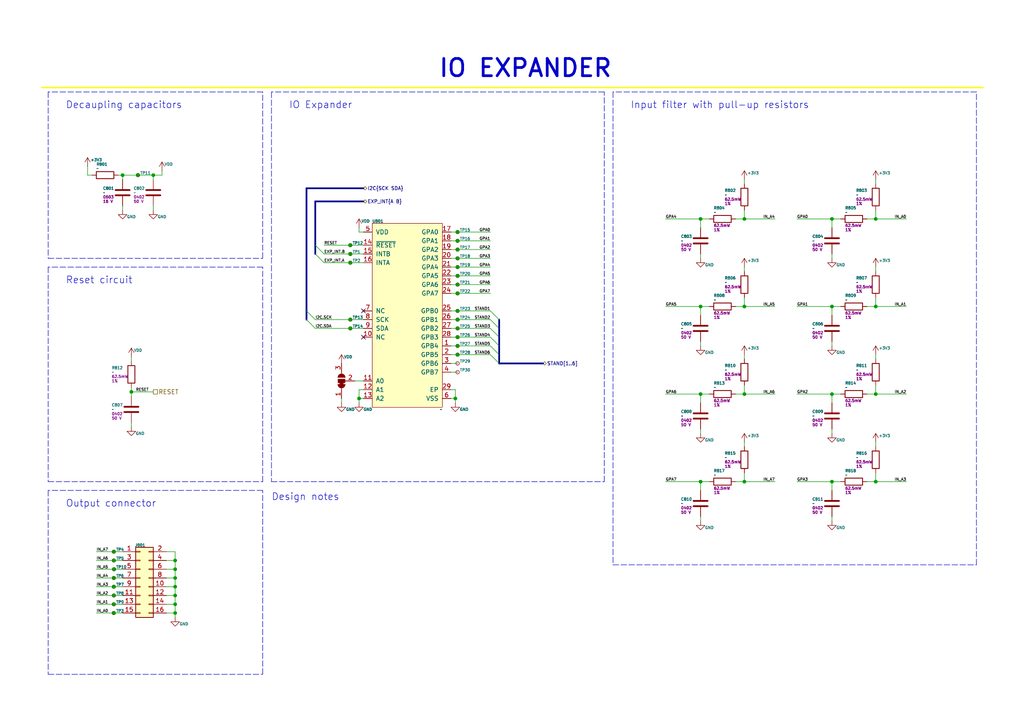
<source format=kicad_sch>
(kicad_sch (version 20211123) (generator eeschema)
  (paper "A4")
  (title_block (title "TMC6200-TA-T Eval Board") (date "2021-09-03") (rev "${REVISION}") (company "${COMPANY}") (comment 1 "${ENGINEER}") (comment 2 "${PHONE_NUMBER}") (comment 3 "${EMAIL}") (comment 4 "${SENTENCE}"))
  (lib_symbols
    (symbol "Connector:TestPoint_Small" (pin_numbers hide) (pin_names (offset 0.762) hide)
      (property "Reference" "TP" (at 0 3.81 0))
      (property "Value" "TestPoint_Small" (at 0 2.032 0))
      (symbol "TestPoint_Small_1_1"
        (pin passive line (at 0 0 90) (length 0) (name "1") (number "1"))
      )
    )
    (symbol "Connector_Generic:Conn_02x08_Odd_Even" (pin_names (offset 1.016) hide)
      (property "Reference" "J" (at 1.27 10.16 0))
      (property "Value" "Conn_02x08_Odd_Even" (at 1.27 -12.7 0))
      (symbol "Conn_02x08_Odd_Even_1_1"
        (pin passive line (at -5.08 7.62 0) (length 3.81) (name "Pin_1") (number "1"))
        (pin passive line (at 7.62 -2.54 180) (length 3.81) (name "Pin_10") (number "10"))
        (pin passive line (at -5.08 -5.08 0) (length 3.81) (name "Pin_11") (number "11"))
        (pin passive line (at 7.62 -5.08 180) (length 3.81) (name "Pin_12") (number "12"))
        (pin passive line (at -5.08 -7.62 0) (length 3.81) (name "Pin_13") (number "13"))
        (pin passive line (at 7.62 -7.62 180) (length 3.81) (name "Pin_14") (number "14"))
        (pin passive line (at -5.08 -10.16 0) (length 3.81) (name "Pin_15") (number "15"))
        (pin passive line (at 7.62 -10.16 180) (length 3.81) (name "Pin_16") (number "16"))
        (pin passive line (at 7.62 7.62 180) (length 3.81) (name "Pin_2") (number "2"))
        (pin passive line (at -5.08 5.08 0) (length 3.81) (name "Pin_3") (number "3"))
        (pin passive line (at 7.62 5.08 180) (length 3.81) (name "Pin_4") (number "4"))
        (pin passive line (at -5.08 2.54 0) (length 3.81) (name "Pin_5") (number "5"))
        (pin passive line (at 7.62 2.54 180) (length 3.81) (name "Pin_6") (number "6"))
        (pin passive line (at -5.08 0 0) (length 3.81) (name "Pin_7") (number "7"))
        (pin passive line (at 7.62 0 180) (length 3.81) (name "Pin_8") (number "8"))
        (pin passive line (at -5.08 -2.54 0) (length 3.81) (name "Pin_9") (number "9"))
      )
    )
    (symbol "Device:C" (pin_numbers hide) (pin_names (offset 0.254))
      (property "Reference" "C" (at 0.635 2.54 0))
      (property "Value" "C" (at 0.635 -2.54 0))
      (symbol "C_1_1"
        (pin passive line (at 0 3.81 270) (length 2.794) (name "~") (number "1"))
        (pin passive line (at 0 -3.81 90) (length 2.794) (name "~") (number "2"))
      )
    )
    (symbol "Device:R" (pin_numbers hide) (pin_names (offset 0))
      (property "Reference" "R" (at 2.032 0 90))
      (property "Value" "R" (at 0 0 90))
      (symbol "R_1_1"
        (pin passive line (at 0 3.81 270) (length 1.27) (name "~") (number "1"))
        (pin passive line (at 0 -3.81 90) (length 1.27) (name "~") (number "2"))
      )
    )
    (symbol "Jumper:SolderJumper_3_Bridged12" (pin_names (offset 0) hide)
      (property "Reference" "JP" (at -2.54 -2.54 0))
      (property "Value" "SolderJumper_3_Bridged12" (at 0 2.794 0))
      (symbol "SolderJumper_3_Bridged12_1_1"
        (pin passive line (at -5.08 0 0) (length 2.54) (name "A") (number "1"))
        (pin passive line (at 0 -3.81 90) (length 2.54) (name "C") (number "2"))
        (pin passive line (at 5.08 0 180) (length 2.54) (name "B") (number "3"))
      )
    )
    (symbol "QP_LIBRARY:MCP23017T-E_ML" (pin_names (offset 1.016))
      (property "Reference" "U801" (at 1.27 1.27 0))
      (property "Value" "MCP23017T-E_ML" (at 20.32 -54.61 0))
      (symbol "MCP23017T-E_ML_1_1"
        (pin bidirectional line (at 22.86 -35.56 180) (length 2.54) (name "GPB4") (number "1"))
        (pin no_connect line (at -2.54 -33.02 0) (length 2.54) (name "NC") (number "10"))
        (pin passive line (at -2.54 -45.72 0) (length 2.54) (name "A0") (number "11"))
        (pin passive line (at -2.54 -48.26 0) (length 2.54) (name "A1") (number "12"))
        (pin passive line (at -2.54 -50.8 0) (length 2.54) (name "A2") (number "13"))
        (pin input line (at -2.54 -6.35 0) (length 2.54) (name "~{RESET}") (number "14"))
        (pin output line (at -2.54 -8.89 0) (length 2.54) (name "INTB") (number "15"))
        (pin output line (at -2.54 -11.43 0) (length 2.54) (name "INTA") (number "16"))
        (pin bidirectional line (at 22.86 -2.54 180) (length 2.54) (name "GPA0") (number "17"))
        (pin bidirectional line (at 22.86 -5.08 180) (length 2.54) (name "GPA1") (number "18"))
        (pin bidirectional line (at 22.86 -7.62 180) (length 2.54) (name "GPA2") (number "19"))
        (pin bidirectional line (at 22.86 -38.1 180) (length 2.54) (name "GPB5") (number "2"))
        (pin bidirectional line (at 22.86 -10.16 180) (length 2.54) (name "GPA3") (number "20"))
        (pin bidirectional line (at 22.86 -12.7 180) (length 2.54) (name "GPA4") (number "21"))
        (pin bidirectional line (at 22.86 -15.24 180) (length 2.54) (name "GPA5") (number "22"))
        (pin bidirectional line (at 22.86 -17.78 180) (length 2.54) (name "GPA6") (number "23"))
        (pin bidirectional line (at 22.86 -20.32 180) (length 2.54) (name "GPA7") (number "24"))
        (pin bidirectional line (at 22.86 -25.4 180) (length 2.54) (name "GPB0") (number "25"))
        (pin bidirectional line (at 22.86 -27.94 180) (length 2.54) (name "GPB1") (number "26"))
        (pin bidirectional line (at 22.86 -30.48 180) (length 2.54) (name "GPB2") (number "27"))
        (pin bidirectional line (at 22.86 -33.02 180) (length 2.54) (name "GPB3") (number "28"))
        (pin power_in line (at 22.86 -48.26 180) (length 2.54) (name "EP") (number "29"))
        (pin bidirectional line (at 22.86 -40.64 180) (length 2.54) (name "GPB6") (number "3"))
        (pin bidirectional line (at 22.86 -43.18 180) (length 2.54) (name "GPB7") (number "4"))
        (pin power_in line (at -2.54 -2.54 0) (length 2.54) (name "VDD") (number "5"))
        (pin power_in line (at 22.86 -50.8 180) (length 2.54) (name "VSS") (number "6"))
        (pin no_connect line (at -2.54 -25.4 0) (length 2.54) (name "NC") (number "7"))
        (pin input line (at -2.54 -27.94 0) (length 2.54) (name "SCK") (number "8"))
        (pin bidirectional line (at -2.54 -30.48 0) (length 2.54) (name "SDA") (number "9"))
      )
    )
    (symbol "power:+3.3V" (power) (pin_names (offset 0))
      (property "Value" "+3.3V" (at 0 3.556 0))
      (symbol "+3.3V_1_1"
        (pin power_in line (at 0 0 90) (length 0) hide (name "+3V3") (number "1"))
      )
    )
    (symbol "power:GND" (power) (pin_names (offset 0))
      (property "Value" "GND" (at 0 -3.81 0))
      (symbol "GND_1_1"
        (pin power_in line (at 0 0 270) (length 0) hide (name "GND") (number "1"))
      )
    )
    (symbol "power:VDD" (power) (pin_names (offset 0))
      (property "Value" "VDD" (at 0 3.81 0))
      (symbol "VDD_1_1"
        (pin power_in line (at 0 0 90) (length 0) hide (name "VDD") (number "1"))
      )
    )
  )
  (junction (at 38.1 113.665))
  (junction (at 132.08 115.57))
  (junction (at 40.005 50.8))
  (junction (at 132.715 92.71))
  (junction (at 50.8 175.26))
  (junction (at 101.6105 95.25))
  (junction (at 203.2 114.3))
  (junction (at 132.715 95.25))
  (junction (at 215.9 139.7))
  (junction (at 33.02 170.18))
  (junction (at 132.715 72.39))
  (junction (at 241.3 88.9))
  (junction (at 132.715 97.79))
  (junction (at 101.6 73.66))
  (junction (at 132.715 102.87))
  (junction (at 50.8 172.72))
  (junction (at 241.3 139.7))
  (junction (at 132.715 90.17))
  (junction (at 44.45 50.8))
  (junction (at 132.715 82.55))
  (junction (at 254 88.9))
  (junction (at 101.6 76.2))
  (junction (at 215.9 114.3))
  (junction (at 132.715 77.47))
  (junction (at 33.02 167.64))
  (junction (at 50.8 170.18))
  (junction (at 50.8 177.8))
  (junction (at 215.9 63.5))
  (junction (at 132.715 100.33))
  (junction (at 241.3 114.3))
  (junction (at 33.02 175.26))
  (junction (at 33.0037 177.8))
  (junction (at 215.9 88.9))
  (junction (at 203.2 63.5))
  (junction (at 33.02 160.02))
  (junction (at 101.6 71.12))
  (junction (at 101.6 92.71))
  (junction (at 203.2 139.7))
  (junction (at 50.8 162.56))
  (junction (at 254 63.5))
  (junction (at 132.715 74.93))
  (junction (at 254 139.7))
  (junction (at 132.715 67.31))
  (junction (at 254 114.3))
  (junction (at 132.715 80.01))
  (junction (at 50.8 167.64))
  (junction (at 33.02 162.56))
  (junction (at 104.14 115.57))
  (junction (at 33.0784 165.1))
  (junction (at 50.8 165.1))
  (junction (at 33.02 172.72))
  (junction (at 35.56 50.8))
  (junction (at 132.715 69.85))
  (junction (at 241.3 63.5))
  (junction (at 132.715 85.09))
  (junction (at 203.2 88.9))
  (no_connect (at 105.41 90.17))
  (no_connect (at 105.41 97.79))
  (bus_entry (at 88.9 90.17) (size 2.54 2.54))
  (bus_entry (at 91.44 71.12) (size 2.54 2.54))
  (bus_entry (at 142.24 95.25) (size 2.54 2.54))
  (bus_entry (at 142.24 102.87) (size 2.54 2.54))
  (bus_entry (at 142.24 97.79) (size 2.54 2.54))
  (bus_entry (at 88.9 92.71) (size 2.54 2.54))
  (bus_entry (at 142.24 90.17) (size 2.54 2.54))
  (bus_entry (at 91.44 73.66) (size 2.54 2.54))
  (bus_entry (at 142.24 100.33) (size 2.54 2.54))
  (bus_entry (at 142.24 92.71) (size 2.54 2.54))
  (wire (pts (xy 254 114.3) (xy 262.89 114.3)))
  (wire (pts (xy 254 111.76) (xy 254 114.3)))
  (wire (pts (xy 241.3 88.9) (xy 241.3 91.44)))
  (wire (pts (xy 35.56 165.1) (xy 33.0784 165.1)))
  (wire (pts (xy 203.2 114.3) (xy 203.2 116.84)))
  (wire (pts (xy 48.26 170.18) (xy 50.8 170.18)))
  (wire (pts (xy 243.84 63.5) (xy 241.3 63.5)))
  (wire (pts (xy 130.81 82.55) (xy 132.715 82.55)))
  (wire (pts (xy 132.715 102.87) (xy 142.24 102.87)))
  (bus (pts (xy 105.41 58.42) (xy 91.44 58.42)) (stroke (width 0.5)))
  (wire (pts (xy 35.56 167.64) (xy 33.02 167.64)))
  (wire (pts (xy 243.84 114.3) (xy 241.3 114.3)))
  (wire (pts (xy 33.02 175.26) (xy 27.94 175.26)))
  (wire (pts (xy 241.3 139.7) (xy 241.3 142.24)))
  (wire (pts (xy 104.14 115.57) (xy 104.14 116.84)))
  (wire (pts (xy 101.6105 95.25) (xy 91.44 95.25)))
  (wire (pts (xy 132.715 67.31) (xy 142.24 67.31)))
  (polyline (pts (xy 175.26 26.67) (xy 78.74 26.67)))
  (wire (pts (xy 241.3 151.13) (xy 241.3 149.86)))
  (wire (pts (xy 50.8 167.64) (xy 50.8 170.18)))
  (polyline (pts (xy 13.97 139.7) (xy 76.2 139.7)))
  (wire (pts (xy 35.56 60.96) (xy 35.56 59.69)))
  (wire (pts (xy 215.9 139.7) (xy 213.36 139.7)))
  (wire (pts (xy 130.81 90.17) (xy 132.715 90.17)))
  (wire (pts (xy 130.81 85.09) (xy 132.715 85.09)))
  (bus (pts (xy 144.78 95.25) (xy 144.78 97.79)) (stroke (width 0.5)))
  (wire (pts (xy 104.14 113.03) (xy 104.14 115.57)))
  (wire (pts (xy 132.715 80.01) (xy 142.24 80.01)))
  (wire (pts (xy 50.8 162.56) (xy 50.8 165.1)))
  (wire (pts (xy 254 139.7) (xy 251.46 139.7)))
  (polyline (pts (xy 76.2 74.93) (xy 76.2 26.67)))
  (bus (pts (xy 91.44 58.42) (xy 91.44 71.12)) (stroke (width 0.5)))
  (wire (pts (xy 38.1 104.775) (xy 38.1 103.505)))
  (wire (pts (xy 132.715 72.39) (xy 142.24 72.39)))
  (wire (pts (xy 130.81 113.03) (xy 132.08 113.03)))
  (wire (pts (xy 50.8 177.8) (xy 50.8 179.07)))
  (wire (pts (xy 241.3 63.5) (xy 231.14 63.5)))
  (polyline (pts (xy 177.8 26.67) (xy 177.8 163.83)))
  (polyline (pts (xy 78.74 139.7) (xy 175.26 139.7)))
  (wire (pts (xy 241.3 114.3) (xy 231.14 114.3)))
  (wire (pts (xy 33.02 172.72) (xy 27.94 172.72)))
  (polyline (pts (xy 76.2 77.47) (xy 13.97 77.47)))
  (polyline (pts (xy 13.97 26.67) (xy 13.97 74.93)))
  (wire (pts (xy 203.2 151.13) (xy 203.2 149.86)))
  (polyline (pts (xy 76.2 139.7) (xy 76.2 77.47)))
  (wire (pts (xy 132.715 95.25) (xy 142.24 95.25)))
  (wire (pts (xy 104.14 67.31) (xy 104.14 66.04)))
  (wire (pts (xy 203.2 63.5) (xy 193.04 63.5)))
  (polyline (pts (xy 175.26 139.7) (xy 175.26 26.67)))
  (polyline (pts (xy 78.74 26.67) (xy 78.74 139.7)))
  (wire (pts (xy 35.56 172.72) (xy 33.02 172.72)))
  (wire (pts (xy 34.29 50.8) (xy 35.56 50.8)))
  (wire (pts (xy 48.26 172.72) (xy 50.8 172.72)))
  (wire (pts (xy 130.81 100.33) (xy 132.715 100.33)))
  (wire (pts (xy 254 60.96) (xy 254 63.5)))
  (wire (pts (xy 38.1 123.825) (xy 38.1 122.555)))
  (wire (pts (xy 254 77.47) (xy 254 78.74)))
  (wire (pts (xy 130.81 95.25) (xy 132.715 95.25)))
  (polyline (pts (xy 13.97 195.58) (xy 76.2 195.58)))
  (wire (pts (xy 203.2 63.5) (xy 203.2 66.04)))
  (wire (pts (xy 132.715 100.33) (xy 142.24 100.33)))
  (wire (pts (xy 130.81 77.47) (xy 132.715 77.47)))
  (wire (pts (xy 203.2 100.33) (xy 203.2 99.06)))
  (polyline (pts (xy 13.97 142.24) (xy 13.97 195.58)))
  (wire (pts (xy 130.81 92.71) (xy 132.715 92.71)))
  (wire (pts (xy 205.74 63.5) (xy 203.2 63.5)))
  (wire (pts (xy 215.9 111.76) (xy 215.9 114.3)))
  (wire (pts (xy 130.81 74.93) (xy 132.715 74.93)))
  (wire (pts (xy 91.44 92.71) (xy 101.6 92.71)))
  (polyline (pts (xy 76.2 26.67) (xy 13.97 26.67)))
  (wire (pts (xy 243.84 139.7) (xy 241.3 139.7)))
  (wire (pts (xy 205.74 88.9) (xy 203.2 88.9)))
  (bus (pts (xy 144.78 102.87) (xy 144.78 105.41)) (stroke (width 0.5)))
  (wire (pts (xy 101.6 71.12) (xy 93.98 71.12)))
  (bus (pts (xy 144.78 105.41) (xy 157.48 105.41)) (stroke (width 0.5)))
  (wire (pts (xy 38.1 113.665) (xy 44.45 113.665)))
  (bus (pts (xy 144.78 97.79) (xy 144.78 100.33)) (stroke (width 0.5)))
  (wire (pts (xy 241.3 125.73) (xy 241.3 124.46)))
  (wire (pts (xy 130.81 80.01) (xy 132.715 80.01)))
  (wire (pts (xy 203.2 74.93) (xy 203.2 73.66)))
  (wire (pts (xy 215.9 86.36) (xy 215.9 88.9)))
  (wire (pts (xy 33.0784 165.1) (xy 27.94 165.1)))
  (wire (pts (xy 205.74 139.7) (xy 203.2 139.7)))
  (wire (pts (xy 254 52.07) (xy 254 53.34)))
  (wire (pts (xy 46.99 49.53) (xy 46.99 50.8)))
  (wire (pts (xy 35.56 162.56) (xy 33.02 162.56)))
  (wire (pts (xy 243.84 88.9) (xy 241.3 88.9)))
  (wire (pts (xy 25.4 50.8) (xy 25.4 48.26)))
  (wire (pts (xy 241.3 114.3) (xy 241.3 116.84)))
  (wire (pts (xy 203.2 114.3) (xy 193.04 114.3)))
  (wire (pts (xy 132.08 116.84) (xy 132.08 115.57)))
  (wire (pts (xy 205.74 114.3) (xy 203.2 114.3)))
  (polyline (pts (xy 13.97 77.47) (xy 13.97 139.7)))
  (wire (pts (xy 254 88.9) (xy 262.89 88.9)))
  (wire (pts (xy 50.8 170.18) (xy 50.8 172.72)))
  (wire (pts (xy 130.81 105.41) (xy 132.715 105.41)))
  (bus (pts (xy 88.9 90.17) (xy 88.9 92.71)) (stroke (width 0.5)))
  (bus (pts (xy 144.78 100.33) (xy 144.78 102.87)) (stroke (width 0.5)))
  (wire (pts (xy 203.2 139.7) (xy 193.04 139.7)))
  (wire (pts (xy 35.56 50.8) (xy 40.005 50.8)))
  (wire (pts (xy 50.8 165.1) (xy 50.8 167.64)))
  (wire (pts (xy 215.9 63.5) (xy 224.79 63.5)))
  (wire (pts (xy 105.41 71.12) (xy 101.6 71.12)))
  (bus (pts (xy 105.41 54.61) (xy 88.9 54.61)) (stroke (width 0.5)))
  (wire (pts (xy 241.3 88.9) (xy 231.14 88.9)))
  (wire (pts (xy 132.715 92.71) (xy 142.24 92.71)))
  (wire (pts (xy 33.02 160.02) (xy 27.94 160.02)))
  (wire (pts (xy 215.9 52.07) (xy 215.9 53.34)))
  (wire (pts (xy 130.81 102.87) (xy 132.715 102.87)))
  (wire (pts (xy 254 86.36) (xy 254 88.9)))
  (wire (pts (xy 215.9 88.9) (xy 213.36 88.9)))
  (wire (pts (xy 130.81 107.95) (xy 132.715 107.95)))
  (wire (pts (xy 38.1 113.665) (xy 38.1 112.395)))
  (wire (pts (xy 50.8 175.26) (xy 50.8 177.8)))
  (polyline (pts (xy 177.8 163.83) (xy 283.21 163.83)))
  (bus (pts (xy 91.44 71.12) (xy 91.44 73.66)) (stroke (width 0.5)))
  (wire (pts (xy 215.9 114.3) (xy 213.36 114.3)))
  (wire (pts (xy 132.715 74.93) (xy 142.24 74.93)))
  (wire (pts (xy 33.02 162.56) (xy 27.94 162.56)))
  (wire (pts (xy 105.41 73.66) (xy 101.6 73.66)))
  (wire (pts (xy 254 114.3) (xy 251.46 114.3)))
  (bus (pts (xy 144.78 92.71) (xy 144.78 95.25)) (stroke (width 0.5)))
  (wire (pts (xy 241.3 139.7) (xy 231.14 139.7)))
  (polyline (pts (xy 283.21 163.83) (xy 283.21 26.67)))
  (wire (pts (xy 241.3 63.5) (xy 241.3 66.04)))
  (wire (pts (xy 132.715 85.09) (xy 142.24 85.09)))
  (wire (pts (xy 215.9 137.16) (xy 215.9 139.7)))
  (wire (pts (xy 130.81 67.31) (xy 132.715 67.31)))
  (wire (pts (xy 132.715 90.17) (xy 142.24 90.17)))
  (wire (pts (xy 254 137.16) (xy 254 139.7)))
  (wire (pts (xy 132.715 69.85) (xy 142.24 69.85)))
  (wire (pts (xy 132.08 115.57) (xy 130.81 115.57)))
  (polyline (pts (xy 76.2 195.58) (xy 76.2 142.24)))
  (wire (pts (xy 48.26 162.56) (xy 50.8 162.56)))
  (polyline (pts (xy 283.21 26.67) (xy 177.8 26.67)))
  (wire (pts (xy 241.3 100.33) (xy 241.3 99.06)))
  (wire (pts (xy 254 128.27) (xy 254 129.54)))
  (wire (pts (xy 44.45 60.96) (xy 44.45 59.69)))
  (wire (pts (xy 254 63.5) (xy 262.89 63.5)))
  (wire (pts (xy 44.45 50.8) (xy 44.45 52.07)))
  (wire (pts (xy 203.2 125.73) (xy 203.2 124.46)))
  (wire (pts (xy 48.26 160.02) (xy 50.8 160.02)))
  (wire (pts (xy 105.41 115.57) (xy 104.14 115.57)))
  (wire (pts (xy 215.9 88.9) (xy 224.79 88.9)))
  (wire (pts (xy 132.715 82.55) (xy 142.24 82.55)))
  (wire (pts (xy 50.8 172.72) (xy 50.8 175.26)))
  (wire (pts (xy 33.0037 177.8) (xy 27.94 177.8)))
  (wire (pts (xy 215.9 128.27) (xy 215.9 129.54)))
  (wire (pts (xy 130.81 69.85) (xy 132.715 69.85)))
  (wire (pts (xy 130.81 72.39) (xy 132.715 72.39)))
  (wire (pts (xy 105.41 95.25) (xy 101.6105 95.25)))
  (wire (pts (xy 241.3 74.93) (xy 241.3 73.66)))
  (wire (pts (xy 48.26 165.1) (xy 50.8 165.1)))
  (wire (pts (xy 215.9 60.96) (xy 215.9 63.5)))
  (wire (pts (xy 203.2 88.9) (xy 193.04 88.9)))
  (wire (pts (xy 44.45 50.8) (xy 46.99 50.8)))
  (wire (pts (xy 35.56 175.26) (xy 33.02 175.26)))
  (wire (pts (xy 40.005 50.8) (xy 44.45 50.8)))
  (wire (pts (xy 254 63.5) (xy 251.46 63.5)))
  (wire (pts (xy 48.26 177.8) (xy 50.8 177.8)))
  (wire (pts (xy 99.06 115.57) (xy 99.06 116.84)))
  (wire (pts (xy 48.26 175.26) (xy 50.8 175.26)))
  (wire (pts (xy 215.9 77.47) (xy 215.9 78.74)))
  (wire (pts (xy 132.08 113.03) (xy 132.08 115.57)))
  (wire (pts (xy 35.56 50.8) (xy 35.56 52.07)))
  (wire (pts (xy 35.56 177.8) (xy 33.0037 177.8)))
  (wire (pts (xy 254 102.87) (xy 254 104.14)))
  (wire (pts (xy 254 88.9) (xy 251.46 88.9)))
  (wire (pts (xy 105.41 76.2) (xy 101.6 76.2)))
  (wire (pts (xy 215.9 114.3) (xy 224.79 114.3)))
  (bus (pts (xy 88.9 54.61) (xy 88.9 90.17)) (stroke (width 0.5)))
  (wire (pts (xy 48.26 167.64) (xy 50.8 167.64)))
  (wire (pts (xy 203.2 88.9) (xy 203.2 91.44)))
  (wire (pts (xy 35.56 160.02) (xy 33.02 160.02)))
  (wire (pts (xy 50.8 160.02) (xy 50.8 162.56)))
  (wire (pts (xy 215.9 139.7) (xy 224.79 139.7)))
  (wire (pts (xy 35.56 170.18) (xy 33.02 170.18)))
  (wire (pts (xy 132.715 77.47) (xy 142.24 77.47)))
  (wire (pts (xy 25.4 50.8) (xy 26.67 50.8)))
  (wire (pts (xy 38.1 114.935) (xy 38.1 113.665)))
  (wire (pts (xy 101.6 92.71) (xy 105.41 92.71)))
  (wire (pts (xy 215.9 102.87) (xy 215.9 104.14)))
  (wire (pts (xy 132.715 97.79) (xy 142.24 97.79)))
  (wire (pts (xy 215.9 63.5) (xy 213.36 63.5)))
  (wire (pts (xy 203.2 139.7) (xy 203.2 142.24)))
  (wire (pts (xy 130.81 97.79) (xy 132.715 97.79)))
  (wire (pts (xy 33.02 167.64) (xy 27.94 167.64)))
  (wire (pts (xy 101.6 73.66) (xy 93.98 73.66)))
  (polyline (pts (xy 12.065 25.4) (xy 285.115 25.4)) (stroke (width 0.4064) (type solid) (color 255 255 0 1)))
  (polyline (pts (xy 76.2 142.24) (xy 13.97 142.24)))
  (wire (pts (xy 105.41 110.49) (xy 102.87 110.49)))
  (wire (pts (xy 33.02 170.18) (xy 27.94 170.18)))
  (wire (pts (xy 105.41 113.03) (xy 104.14 113.03)))
  (wire (pts (xy 105.41 67.31) (xy 104.14 67.31)))
  (wire (pts (xy 254 139.7) (xy 262.89 139.7)))
  (wire (pts (xy 101.6 76.2) (xy 93.98 76.2)))
  (polyline (pts (xy 13.97 74.93) (xy 76.2 74.93)))
  (text "Reset circuit" (at 19.05 82.55 0) (effects (font (size 2 2)) (justify left bottom)))
  (text "Input filter with pull-up resistors" (at 182.88 31.75 0) (effects (font (size 2 2)) (justify left bottom)))
  (text "IO EXPANDER" (at 127 22.86 0) (effects (font (size 5 5) (thickness 0.7976) bold) (justify left bottom)))
  (text "IO Expander" (at 83.82 31.75 0) (effects (font (size 2 2)) (justify left bottom)))
  (text "Design notes" (at 78.74 145.415 0) (effects (font (size 2 2)) (justify left bottom)))
  (text "Decaupling capacitors" (at 19.05 31.75 0) (effects (font (size 2 2)) (justify left bottom)))
  (text "Output connector" (at 19.05 147.32 0) (effects (font (size 2 2)) (justify left bottom)))
  (label "IN_A0" (at 27.94 177.8 0) (effects (font (size 0.8 0.8))))
  (label "STAND5" (at 142.24 100.33 180) (effects (font (size 0.8 0.8))))
  (label "GPA4" (at 142.24 77.47 180) (effects (font (size 0.8 0.8))))
  (label "GPA2" (at 231.14 114.3 0) (effects (font (size 0.8 0.8))))
  (label "GPA3" (at 142.24 74.93 180) (effects (font (size 0.8 0.8))))
  (label "IN_A2" (at 27.94 172.72 0) (effects (font (size 0.8 0.8))))
  (label "GPA5" (at 142.24 80.01 180) (effects (font (size 0.8 0.8))))
  (label "STAND4" (at 142.24 97.79 180) (effects (font (size 0.8 0.8))))
  (label "IN_A4" (at 224.79 63.5 180) (effects (font (size 0.8 0.8))))
  (label "IN_A1" (at 27.94 175.26 0) (effects (font (size 0.8 0.8))))
  (label "IN_A2" (at 262.89 114.3 180) (effects (font (size 0.8 0.8))))
  (label "GPA6" (at 142.24 82.55 180) (effects (font (size 0.8 0.8))))
  (label "EXP_INT.A" (at 93.98 76.2 0) (effects (font (size 0.8 0.8))))
  (label "IN_A7" (at 27.94 160.02 0) (effects (font (size 0.8 0.8))))
  (label "STAND6" (at 142.24 102.87 180) (effects (font (size 0.8 0.8))))
  (label "GPA3" (at 231.14 139.7 0) (effects (font (size 0.8 0.8))))
  (label "I2C.SDA" (at 91.44 95.25 0) (effects (font (size 0.8 0.8))))
  (label "IN_A5" (at 224.79 88.9 180) (effects (font (size 0.8 0.8))))
  (label "GPA1" (at 142.24 69.85 180) (effects (font (size 0.8 0.8))))
  (label "IN_A1" (at 262.89 88.9 180) (effects (font (size 0.8 0.8))))
  (label "GPA5" (at 193.04 88.9 0) (effects (font (size 0.8 0.8))))
  (label "GPA0" (at 142.24 67.31 180) (effects (font (size 0.8 0.8))))
  (label "IN_A0" (at 262.89 63.5 180) (effects (font (size 0.8 0.8))))
  (label "GPA2" (at 142.24 72.39 180) (effects (font (size 0.8 0.8))))
  (label "STAND1" (at 142.24 90.17 180) (effects (font (size 0.8 0.8))))
  (label "RESET" (at 43.18 113.665 180) (effects (font (size 0.8 0.8))))
  (label "GPA7" (at 193.04 139.7 0) (effects (font (size 0.8 0.8))))
  (label "STAND3" (at 142.24 95.25 180) (effects (font (size 0.8 0.8))))
  (label "GPA1" (at 231.14 88.9 0) (effects (font (size 0.8 0.8))))
  (label "GPA6" (at 193.04 114.3 0) (effects (font (size 0.8 0.8))))
  (label "IN_A3" (at 27.94 170.18 0) (effects (font (size 0.8 0.8))))
  (label "STAND2" (at 142.24 92.71 180) (effects (font (size 0.8 0.8))))
  (label "GPA0" (at 231.14 63.5 0) (effects (font (size 0.8 0.8))))
  (label "EXP_INT.B" (at 93.98 73.66 0) (effects (font (size 0.8 0.8))))
  (label "GPA7" (at 142.24 85.09 180) (effects (font (size 0.8 0.8))))
  (label "IN_A6" (at 224.79 114.3 180) (effects (font (size 0.8 0.8))))
  (label "IN_A6" (at 27.94 162.56 0) (effects (font (size 0.8 0.8))))
  (label "I2C.SCK" (at 91.44 92.71 0) (effects (font (size 0.8 0.8))))
  (label "RESET" (at 93.98 71.12 0) (effects (font (size 0.8 0.8))))
  (label "IN_A5" (at 27.94 165.1 0) (effects (font (size 0.8 0.8))))
  (label "IN_A3" (at 262.89 139.7 180) (effects (font (size 0.8 0.8))))
  (label "IN_A4" (at 27.94 167.64 0) (effects (font (size 0.8 0.8))))
  (label "GPA4" (at 193.04 63.5 0) (effects (font (size 0.8 0.8))))
  (label "IN_A7" (at 224.79 139.7 180) (effects (font (size 0.8 0.8))))
  (hierarchical_label "STAND[1..6]" (shape bidirectional) (at 157.48 105.41 0) (effects (font (size 1 1))))
  (hierarchical_label "RESET" (shape passive) (at 44.45 113.665 0))
  (hierarchical_label "I2C{SCK SDA}" (shape bidirectional) (at 105.41 54.61 0) (effects (font (size 1 1))))
  (hierarchical_label "EXP_INT{A B}" (shape bidirectional) (at 105.41 58.42 0) (effects (font (size 1 1))))
  (symbol (lib_id "QP_LIBRARY:MCP23017T-E_ML") (at 107.95 64.77 0) (unit 1)
    (property "Reference" "U801" (at 107.95 64.135 0) (effects (font (size 0.8 0.8)) (justify left)))
    (property "Value" "~" (at 128.27 118.745 0) (effects (font (size 0.8 0.8)) (justify right)))
    (property "Datasheet" "https://pl.mouser.com/datasheet/2/268/20001952C-1129816.pdf" (effects hide))
  )
  (symbol (lib_id "Jumper:SolderJumper_3_Bridged12") (at 99.06 110.49 90) (unit 1)
    (property "Reference" "JP801" (effects hide))
  )
  (symbol (lib_id "Device:C") (at 35.56 55.88 0) (mirror x) (unit 1)
    (property "Reference" "C801" (at 29.845 54.61 0) (effects (font (size 0.8 0.8)) (justify left)))
    (property "Value" "~" (at 29.845 55.88 0) (effects (font (size 0.8 0.8)) (justify left)))
    (property "Datasheet" "https://pl.mouser.com/datasheet/2/212/KEM_C1002_X7R_SMD-1102033.pdf" (effects hide))
    (property "Manufacturer" "KEMET" (effects hide))
    (property "Mfg number" "C0603C105K4RACTU " (effects hide))
    (property "Package" "0603" (at 29.845 57.15 0) (effects (font (size 0.8 0.8)) (justify left)))
    (property "Voltage" "16 V" (at 29.845 58.42 0) (effects (font (size 0.8 0.8)) (justify left)))
    (property "Izolation material" "X7R" (effects hide))
    (property "Tolerance" "10 %" (effects hide))
    (property "Part Number" "C0603C105K4RACTU " (effects hide))
  )
  (symbol (lib_id "Device:C") (at 44.45 55.88 0) (unit 1)
    (property "Reference" "C802" (at 38.735 54.61 0) (effects (font (size 0.8 0.8)) (justify left)))
    (property "Value" "~" (at 38.735 55.88 0) (effects (font (size 0.8 0.8)) (justify left)))
    (property "Datasheet" "https://pl.mouser.com/datasheet/2/281/1/GRM155C71H104JE19_01A-1983567.pdf" (effects hide))
    (property "Manufacturer" "Murata Electronics" (effects hide))
    (property "Mfg number" "GRM155C71H104JE19D " (effects hide))
    (property "Package" "0402" (at 38.735 57.15 0) (effects (font (size 0.8 0.8)) (justify left)))
    (property "Voltage" "50 V" (at 38.735 58.42 0) (effects (font (size 0.8 0.8)) (justify left)))
    (property "Izolation material" "X7S" (effects hide))
    (property "Tolerance" "5%" (effects hide))
    (property "Part Number" "GRM155C71H104JE19D " (effects hide))
  )
  (symbol (lib_id "power:+3.3V") (at 25.4 48.26 0) (unit 1)
    (property "Reference" "#PWR0801" (effects hide))
  )
  (symbol (lib_id "power:GND") (at 35.56 60.96 0) (mirror y) (unit 1)
    (property "Reference" "#PWR0806" (effects hide))
  )
  (symbol (lib_id "power:GND") (at 44.45 60.96 0) (mirror y) (unit 1)
    (property "Reference" "#PWR0807" (effects hide))
  )
  (symbol (lib_id "power:VDD") (at 46.99 49.53 0) (unit 1)
    (property "Reference" "#PWR0802" (effects hide))
  )
  (symbol (lib_id "power:VDD") (at 38.1 103.505 0) (unit 1)
    (property "Reference" "#PWR0817" (effects hide))
  )
  (symbol (lib_id "Device:C") (at 38.1 118.745 0) (unit 1)
    (property "Reference" "C807" (at 32.385 117.475 0) (effects (font (size 0.8 0.8)) (justify left)))
    (property "Value" "~" (at 32.385 118.745 0) (effects (font (size 0.8 0.8)) (justify left)))
    (property "Datasheet" "https://pl.mouser.com/datasheet/2/281/1/GRM155C71H104JE19_01A-1983567.pdf" (effects hide))
    (property "Manufacturer" "Murata Electronics" (effects hide))
    (property "Mfg number" "GRM155C71H104JE19D " (effects hide))
    (property "Package" "0402" (at 32.385 120.015 0) (effects (font (size 0.8 0.8)) (justify left)))
    (property "Voltage" "50 V" (at 32.385 121.285 0) (effects (font (size 0.8 0.8)) (justify left)))
    (property "Izolation material" "X7S" (effects hide))
    (property "Tolerance" "5%" (effects hide))
    (property "Part Number" "GRM155C71H104JE19D " (effects hide))
  )
  (symbol (lib_id "Device:R") (at 38.1 108.585 0) (mirror x) (unit 1)
    (property "Reference" "R812" (at 32.385 106.68 0) (effects (font (size 0.8 0.8)) (justify left)))
    (property "Value" "~" (at 32.385 107.95 0) (effects (font (size 0.8 0.8)) (justify left)))
    (property "Datasheet" "https://pl.mouser.com/datasheet/2/447/PYu_RC_Group_51_RoHS_L_10-1664068.pdf" (effects hide))
    (property "Manufacturer" "Yageo " (effects hide))
    (property "Package" "0402" (effects hide))
    (property "Part Number" "RC0402FR-0710KL" (effects hide))
    (property "Nominal Power" "62.5mW" (at 32.385 109.22 0) (effects (font (size 0.8 0.8)) (justify left)))
    (property "Tolerance" "1%" (at 32.385 110.49 0) (effects (font (size 0.8 0.8)) (justify left)))
    (property "Voltage" "50V" (effects hide))
    (property "Type" "Thick Film" (effects hide))
    (property "TempCo" "100PPM/C" (effects hide))
  )
  (symbol (lib_id "power:GND") (at 38.1 123.825 0) (mirror y) (unit 1)
    (property "Reference" "#PWR0821" (effects hide))
  )
  (symbol (lib_id "power:GND") (at 132.08 116.84 0) (mirror y) (unit 1)
    (property "Reference" "#PWR0820" (effects hide))
  )
  (symbol (lib_id "power:GND") (at 99.06 116.84 0) (mirror y) (unit 1)
    (property "Reference" "#PWR0818" (effects hide))
  )
  (symbol (lib_id "power:GND") (at 104.14 116.84 0) (mirror y) (unit 1)
    (property "Reference" "#PWR0819" (effects hide))
  )
  (symbol (lib_id "power:VDD") (at 99.06 105.41 0) (unit 1)
    (property "Reference" "#PWR0812" (effects hide))
  )
  (symbol (lib_id "Device:R") (at 247.65 63.5 270) (unit 1)
    (property "Reference" "R805" (at 245.11 60.325 90) (effects (font (size 0.8 0.8)) (justify left)))
    (property "Value" "~" (at 245.11 61.595 90) (effects (font (size 0.8 0.8)) (justify left)))
    (property "Datasheet" "https://pl.mouser.com/datasheet/2/447/PYu_RC_Group_51_RoHS_L_10-1664068.pdf" (effects hide))
    (property "Manufacturer" "Yageo " (effects hide))
    (property "Package" "0402" (effects hide))
    (property "Part Number" "RC0402FR-0710KL" (effects hide))
    (property "Nominal Power" "62.5mW" (at 245.11 65.405 90) (effects (font (size 0.8 0.8)) (justify left)))
    (property "Tolerance" "1%" (at 245.11 66.675 90) (effects (font (size 0.8 0.8)) (justify left)))
    (property "Voltage" "50V" (effects hide))
    (property "Type" "Thick Film" (effects hide))
    (property "TempCo" "100PPM/C" (effects hide))
  )
  (symbol (lib_id "Device:C") (at 241.3 69.85 0) (unit 1)
    (property "Reference" "C804" (at 235.585 68.58 0) (effects (font (size 0.8 0.8)) (justify left)))
    (property "Value" "~" (at 235.585 69.85 0) (effects (font (size 0.8 0.8)) (justify left)))
    (property "Datasheet" "https://pl.mouser.com/datasheet/2/281/1/GRM155C71H104JE19_01A-1983567.pdf" (effects hide))
    (property "Manufacturer" "Murata Electronics" (effects hide))
    (property "Mfg number" "GRM155C71H104JE19D " (effects hide))
    (property "Package" "0402" (at 235.585 71.12 0) (effects (font (size 0.8 0.8)) (justify left)))
    (property "Voltage" "50 V" (at 235.585 72.39 0) (effects (font (size 0.8 0.8)) (justify left)))
    (property "Izolation material" "X7S" (effects hide))
    (property "Tolerance" "5%" (effects hide))
    (property "Part Number" "GRM155C71H104JE19D " (effects hide))
  )
  (symbol (lib_id "Device:R") (at 254 57.15 0) (mirror x) (unit 1)
    (property "Reference" "R803" (at 248.285 55.245 0) (effects (font (size 0.8 0.8)) (justify left)))
    (property "Value" "~" (at 248.285 56.515 0) (effects (font (size 0.8 0.8)) (justify left)))
    (property "Datasheet" "https://pl.mouser.com/datasheet/2/447/PYu_RC_Group_51_RoHS_L_10-1664068.pdf" (effects hide))
    (property "Manufacturer" "Yageo " (effects hide))
    (property "Package" "0402" (effects hide))
    (property "Part Number" "RC0402FR-0710KL" (effects hide))
    (property "Nominal Power" "62.5mW" (at 248.285 57.785 0) (effects (font (size 0.8 0.8)) (justify left)))
    (property "Tolerance" "1%" (at 248.285 59.055 0) (effects (font (size 0.8 0.8)) (justify left)))
    (property "Voltage" "50V" (effects hide))
    (property "Type" "Thick Film" (effects hide))
    (property "TempCo" "100PPM/C" (effects hide))
  )
  (symbol (lib_id "power:GND") (at 241.3 74.93 0) (mirror y) (unit 1)
    (property "Reference" "#PWR0809" (effects hide))
  )
  (symbol (lib_id "power:+3.3V") (at 254 52.07 0) (unit 1)
    (property "Reference" "#PWR0804" (effects hide))
  )
  (symbol (lib_id "Device:R") (at 247.65 88.9 270) (unit 1)
    (property "Reference" "R809" (at 245.11 85.725 90) (effects (font (size 0.8 0.8)) (justify left)))
    (property "Value" "~" (at 245.11 86.995 90) (effects (font (size 0.8 0.8)) (justify left)))
    (property "Datasheet" "https://pl.mouser.com/datasheet/2/447/PYu_RC_Group_51_RoHS_L_10-1664068.pdf" (effects hide))
    (property "Manufacturer" "Yageo " (effects hide))
    (property "Package" "0402" (effects hide))
    (property "Part Number" "RC0402FR-0710KL" (effects hide))
    (property "Nominal Power" "62.5mW" (at 245.11 90.805 90) (effects (font (size 0.8 0.8)) (justify left)))
    (property "Tolerance" "1%" (at 245.11 92.075 90) (effects (font (size 0.8 0.8)) (justify left)))
    (property "Voltage" "50V" (effects hide))
    (property "Type" "Thick Film" (effects hide))
    (property "TempCo" "100PPM/C" (effects hide))
  )
  (symbol (lib_id "Device:C") (at 241.3 95.25 0) (unit 1)
    (property "Reference" "C806" (at 235.585 93.98 0) (effects (font (size 0.8 0.8)) (justify left)))
    (property "Value" "~" (at 235.585 95.25 0) (effects (font (size 0.8 0.8)) (justify left)))
    (property "Datasheet" "https://pl.mouser.com/datasheet/2/281/1/GRM155C71H104JE19_01A-1983567.pdf" (effects hide))
    (property "Manufacturer" "Murata Electronics" (effects hide))
    (property "Mfg number" "GRM155C71H104JE19D " (effects hide))
    (property "Package" "0402" (at 235.585 96.52 0) (effects (font (size 0.8 0.8)) (justify left)))
    (property "Voltage" "50 V" (at 235.585 97.79 0) (effects (font (size 0.8 0.8)) (justify left)))
    (property "Izolation material" "X7S" (effects hide))
    (property "Tolerance" "5%" (effects hide))
    (property "Part Number" "GRM155C71H104JE19D " (effects hide))
  )
  (symbol (lib_id "Device:R") (at 254 82.55 0) (mirror x) (unit 1)
    (property "Reference" "R807" (at 248.285 80.645 0) (effects (font (size 0.8 0.8)) (justify left)))
    (property "Value" "~" (at 248.285 81.915 0) (effects (font (size 0.8 0.8)) (justify left)))
    (property "Datasheet" "https://pl.mouser.com/datasheet/2/447/PYu_RC_Group_51_RoHS_L_10-1664068.pdf" (effects hide))
    (property "Manufacturer" "Yageo " (effects hide))
    (property "Package" "0402" (effects hide))
    (property "Part Number" "RC0402FR-0710KL" (effects hide))
    (property "Nominal Power" "62.5mW" (at 248.285 83.185 0) (effects (font (size 0.8 0.8)) (justify left)))
    (property "Tolerance" "1%" (at 248.285 84.455 0) (effects (font (size 0.8 0.8)) (justify left)))
    (property "Voltage" "50V" (effects hide))
    (property "Type" "Thick Film" (effects hide))
    (property "TempCo" "100PPM/C" (effects hide))
  )
  (symbol (lib_id "power:GND") (at 241.3 100.33 0) (mirror y) (unit 1)
    (property "Reference" "#PWR0814" (effects hide))
  )
  (symbol (lib_id "power:+3.3V") (at 254 77.47 0) (unit 1)
    (property "Reference" "#PWR0811" (effects hide))
  )
  (symbol (lib_id "Device:R") (at 247.65 114.3 270) (unit 1)
    (property "Reference" "R814" (at 245.11 111.125 90) (effects (font (size 0.8 0.8)) (justify left)))
    (property "Value" "~" (at 245.11 112.395 90) (effects (font (size 0.8 0.8)) (justify left)))
    (property "Datasheet" "https://pl.mouser.com/datasheet/2/447/PYu_RC_Group_51_RoHS_L_10-1664068.pdf" (effects hide))
    (property "Manufacturer" "Yageo " (effects hide))
    (property "Package" "0402" (effects hide))
    (property "Part Number" "RC0402FR-0710KL" (effects hide))
    (property "Nominal Power" "62.5mW" (at 245.11 116.205 90) (effects (font (size 0.8 0.8)) (justify left)))
    (property "Tolerance" "1%" (at 245.11 117.475 90) (effects (font (size 0.8 0.8)) (justify left)))
    (property "Voltage" "50V" (effects hide))
    (property "Type" "Thick Film" (effects hide))
    (property "TempCo" "100PPM/C" (effects hide))
  )
  (symbol (lib_id "Device:C") (at 241.3 120.65 0) (unit 1)
    (property "Reference" "C809" (at 235.585 119.38 0) (effects (font (size 0.8 0.8)) (justify left)))
    (property "Value" "~" (at 235.585 120.65 0) (effects (font (size 0.8 0.8)) (justify left)))
    (property "Datasheet" "https://pl.mouser.com/datasheet/2/281/1/GRM155C71H104JE19_01A-1983567.pdf" (effects hide))
    (property "Manufacturer" "Murata Electronics" (effects hide))
    (property "Mfg number" "GRM155C71H104JE19D " (effects hide))
    (property "Package" "0402" (at 235.585 121.92 0) (effects (font (size 0.8 0.8)) (justify left)))
    (property "Voltage" "50 V" (at 235.585 123.19 0) (effects (font (size 0.8 0.8)) (justify left)))
    (property "Izolation material" "X7S" (effects hide))
    (property "Tolerance" "5%" (effects hide))
    (property "Part Number" "GRM155C71H104JE19D " (effects hide))
  )
  (symbol (lib_id "Device:R") (at 254 107.95 0) (mirror x) (unit 1)
    (property "Reference" "R811" (at 248.285 106.045 0) (effects (font (size 0.8 0.8)) (justify left)))
    (property "Value" "~" (at 248.285 107.315 0) (effects (font (size 0.8 0.8)) (justify left)))
    (property "Datasheet" "https://pl.mouser.com/datasheet/2/447/PYu_RC_Group_51_RoHS_L_10-1664068.pdf" (effects hide))
    (property "Manufacturer" "Yageo " (effects hide))
    (property "Package" "0402" (effects hide))
    (property "Part Number" "RC0402FR-0710KL" (effects hide))
    (property "Nominal Power" "62.5mW" (at 248.285 108.585 0) (effects (font (size 0.8 0.8)) (justify left)))
    (property "Tolerance" "1%" (at 248.285 109.855 0) (effects (font (size 0.8 0.8)) (justify left)))
    (property "Voltage" "50V" (effects hide))
    (property "Type" "Thick Film" (effects hide))
    (property "TempCo" "100PPM/C" (effects hide))
  )
  (symbol (lib_id "power:GND") (at 241.3 125.73 0) (mirror y) (unit 1)
    (property "Reference" "#PWR0823" (effects hide))
  )
  (symbol (lib_id "power:+3.3V") (at 254 102.87 0) (unit 1)
    (property "Reference" "#PWR0816" (effects hide))
  )
  (symbol (lib_id "Device:R") (at 247.65 139.7 270) (unit 1)
    (property "Reference" "R818" (at 245.11 136.525 90) (effects (font (size 0.8 0.8)) (justify left)))
    (property "Value" "~" (at 245.11 137.795 90) (effects (font (size 0.8 0.8)) (justify left)))
    (property "Datasheet" "https://pl.mouser.com/datasheet/2/447/PYu_RC_Group_51_RoHS_L_10-1664068.pdf" (effects hide))
    (property "Manufacturer" "Yageo " (effects hide))
    (property "Package" "0402" (effects hide))
    (property "Part Number" "RC0402FR-0710KL" (effects hide))
    (property "Nominal Power" "62.5mW" (at 245.11 141.605 90) (effects (font (size 0.8 0.8)) (justify left)))
    (property "Tolerance" "1%" (at 245.11 142.875 90) (effects (font (size 0.8 0.8)) (justify left)))
    (property "Voltage" "50V" (effects hide))
    (property "Type" "Thick Film" (effects hide))
    (property "TempCo" "100PPM/C" (effects hide))
  )
  (symbol (lib_id "Device:C") (at 241.3 146.05 0) (unit 1)
    (property "Reference" "C811" (at 235.585 144.78 0) (effects (font (size 0.8 0.8)) (justify left)))
    (property "Value" "~" (at 235.585 146.05 0) (effects (font (size 0.8 0.8)) (justify left)))
    (property "Datasheet" "https://pl.mouser.com/datasheet/2/281/1/GRM155C71H104JE19_01A-1983567.pdf" (effects hide))
    (property "Manufacturer" "Murata Electronics" (effects hide))
    (property "Mfg number" "GRM155C71H104JE19D " (effects hide))
    (property "Package" "0402" (at 235.585 147.32 0) (effects (font (size 0.8 0.8)) (justify left)))
    (property "Voltage" "50 V" (at 235.585 148.59 0) (effects (font (size 0.8 0.8)) (justify left)))
    (property "Izolation material" "X7S" (effects hide))
    (property "Tolerance" "5%" (effects hide))
    (property "Part Number" "GRM155C71H104JE19D " (effects hide))
  )
  (symbol (lib_id "Device:R") (at 254 133.35 0) (mirror x) (unit 1)
    (property "Reference" "R816" (at 248.285 131.445 0) (effects (font (size 0.8 0.8)) (justify left)))
    (property "Value" "~" (at 248.285 132.715 0) (effects (font (size 0.8 0.8)) (justify left)))
    (property "Datasheet" "https://pl.mouser.com/datasheet/2/447/PYu_RC_Group_51_RoHS_L_10-1664068.pdf" (effects hide))
    (property "Manufacturer" "Yageo " (effects hide))
    (property "Package" "0402" (effects hide))
    (property "Part Number" "RC0402FR-0710KL" (effects hide))
    (property "Nominal Power" "62.5mW" (at 248.285 133.985 0) (effects (font (size 0.8 0.8)) (justify left)))
    (property "Tolerance" "1%" (at 248.285 135.255 0) (effects (font (size 0.8 0.8)) (justify left)))
    (property "Voltage" "50V" (effects hide))
    (property "Type" "Thick Film" (effects hide))
    (property "TempCo" "100PPM/C" (effects hide))
  )
  (symbol (lib_id "power:GND") (at 241.3 151.13 0) (mirror y) (unit 1)
    (property "Reference" "#PWR0827" (effects hide))
  )
  (symbol (lib_id "power:+3.3V") (at 254 128.27 0) (unit 1)
    (property "Reference" "#PWR0825" (effects hide))
  )
  (symbol (lib_id "Device:R") (at 209.55 63.5 270) (unit 1)
    (property "Reference" "R804" (at 207.01 60.325 90) (effects (font (size 0.8 0.8)) (justify left)))
    (property "Value" "~" (at 207.01 61.595 90) (effects (font (size 0.8 0.8)) (justify left)))
    (property "Datasheet" "https://pl.mouser.com/datasheet/2/447/PYu_RC_Group_51_RoHS_L_10-1664068.pdf" (effects hide))
    (property "Manufacturer" "Yageo " (effects hide))
    (property "Package" "0402" (effects hide))
    (property "Part Number" "RC0402FR-0710KL" (effects hide))
    (property "Nominal Power" "62.5mW" (at 207.01 65.405 90) (effects (font (size 0.8 0.8)) (justify left)))
    (property "Tolerance" "1%" (at 207.01 66.675 90) (effects (font (size 0.8 0.8)) (justify left)))
    (property "Voltage" "50V" (effects hide))
    (property "Type" "Thick Film" (effects hide))
    (property "TempCo" "100PPM/C" (effects hide))
  )
  (symbol (lib_id "Device:C") (at 203.2 69.85 0) (unit 1)
    (property "Reference" "C803" (at 197.485 68.58 0) (effects (font (size 0.8 0.8)) (justify left)))
    (property "Value" "~" (at 197.485 69.85 0) (effects (font (size 0.8 0.8)) (justify left)))
    (property "Datasheet" "https://pl.mouser.com/datasheet/2/281/1/GRM155C71H104JE19_01A-1983567.pdf" (effects hide))
    (property "Manufacturer" "Murata Electronics" (effects hide))
    (property "Mfg number" "GRM155C71H104JE19D " (effects hide))
    (property "Package" "0402" (at 197.485 71.12 0) (effects (font (size 0.8 0.8)) (justify left)))
    (property "Voltage" "50 V" (at 197.485 72.39 0) (effects (font (size 0.8 0.8)) (justify left)))
    (property "Izolation material" "X7S" (effects hide))
    (property "Tolerance" "5%" (effects hide))
    (property "Part Number" "GRM155C71H104JE19D " (effects hide))
  )
  (symbol (lib_id "Device:R") (at 215.9 57.15 0) (mirror x) (unit 1)
    (property "Reference" "R802" (at 210.185 55.245 0) (effects (font (size 0.8 0.8)) (justify left)))
    (property "Value" "~" (at 210.185 56.515 0) (effects (font (size 0.8 0.8)) (justify left)))
    (property "Datasheet" "https://pl.mouser.com/datasheet/2/447/PYu_RC_Group_51_RoHS_L_10-1664068.pdf" (effects hide))
    (property "Manufacturer" "Yageo " (effects hide))
    (property "Package" "0402" (effects hide))
    (property "Part Number" "RC0402FR-0710KL" (effects hide))
    (property "Nominal Power" "62.5mW" (at 210.185 57.785 0) (effects (font (size 0.8 0.8)) (justify left)))
    (property "Tolerance" "1%" (at 210.185 59.055 0) (effects (font (size 0.8 0.8)) (justify left)))
    (property "Voltage" "50V" (effects hide))
    (property "Type" "Thick Film" (effects hide))
    (property "TempCo" "100PPM/C" (effects hide))
  )
  (symbol (lib_id "power:GND") (at 203.2 74.93 0) (mirror y) (unit 1)
    (property "Reference" "#PWR0808" (effects hide))
  )
  (symbol (lib_id "power:+3.3V") (at 215.9 52.07 0) (unit 1)
    (property "Reference" "#PWR0803" (effects hide))
  )
  (symbol (lib_id "Device:R") (at 209.55 88.9 270) (unit 1)
    (property "Reference" "R808" (at 207.01 85.725 90) (effects (font (size 0.8 0.8)) (justify left)))
    (property "Value" "~" (at 207.01 86.995 90) (effects (font (size 0.8 0.8)) (justify left)))
    (property "Datasheet" "https://pl.mouser.com/datasheet/2/447/PYu_RC_Group_51_RoHS_L_10-1664068.pdf" (effects hide))
    (property "Manufacturer" "Yageo " (effects hide))
    (property "Package" "0402" (effects hide))
    (property "Part Number" "RC0402FR-0710KL" (effects hide))
    (property "Nominal Power" "62.5mW" (at 207.01 90.805 90) (effects (font (size 0.8 0.8)) (justify left)))
    (property "Tolerance" "1%" (at 207.01 92.075 90) (effects (font (size 0.8 0.8)) (justify left)))
    (property "Voltage" "50V" (effects hide))
    (property "Type" "Thick Film" (effects hide))
    (property "TempCo" "100PPM/C" (effects hide))
  )
  (symbol (lib_id "Device:C") (at 203.2 95.25 0) (unit 1)
    (property "Reference" "C805" (at 197.485 93.98 0) (effects (font (size 0.8 0.8)) (justify left)))
    (property "Value" "~" (at 197.485 95.25 0) (effects (font (size 0.8 0.8)) (justify left)))
    (property "Datasheet" "https://pl.mouser.com/datasheet/2/281/1/GRM155C71H104JE19_01A-1983567.pdf" (effects hide))
    (property "Manufacturer" "Murata Electronics" (effects hide))
    (property "Mfg number" "GRM155C71H104JE19D " (effects hide))
    (property "Package" "0402" (at 197.485 96.52 0) (effects (font (size 0.8 0.8)) (justify left)))
    (property "Voltage" "50 V" (at 197.485 97.79 0) (effects (font (size 0.8 0.8)) (justify left)))
    (property "Izolation material" "X7S" (effects hide))
    (property "Tolerance" "5%" (effects hide))
    (property "Part Number" "GRM155C71H104JE19D " (effects hide))
  )
  (symbol (lib_id "Device:R") (at 215.9 82.55 0) (mirror x) (unit 1)
    (property "Reference" "R806" (at 210.185 80.645 0) (effects (font (size 0.8 0.8)) (justify left)))
    (property "Value" "~" (at 210.185 81.915 0) (effects (font (size 0.8 0.8)) (justify left)))
    (property "Datasheet" "https://pl.mouser.com/datasheet/2/447/PYu_RC_Group_51_RoHS_L_10-1664068.pdf" (effects hide))
    (property "Manufacturer" "Yageo " (effects hide))
    (property "Package" "0402" (effects hide))
    (property "Part Number" "RC0402FR-0710KL" (effects hide))
    (property "Nominal Power" "62.5mW" (at 210.185 83.185 0) (effects (font (size 0.8 0.8)) (justify left)))
    (property "Tolerance" "1%" (at 210.185 84.455 0) (effects (font (size 0.8 0.8)) (justify left)))
    (property "Voltage" "50V" (effects hide))
    (property "Type" "Thick Film" (effects hide))
    (property "TempCo" "100PPM/C" (effects hide))
  )
  (symbol (lib_id "power:GND") (at 203.2 100.33 0) (mirror y) (unit 1)
    (property "Reference" "#PWR0813" (effects hide))
  )
  (symbol (lib_id "power:+3.3V") (at 215.9 77.47 0) (unit 1)
    (property "Reference" "#PWR0810" (effects hide))
  )
  (symbol (lib_id "Device:R") (at 209.55 114.3 270) (unit 1)
    (property "Reference" "R813" (at 207.01 111.125 90) (effects (font (size 0.8 0.8)) (justify left)))
    (property "Value" "~" (at 207.01 112.395 90) (effects (font (size 0.8 0.8)) (justify left)))
    (property "Datasheet" "https://pl.mouser.com/datasheet/2/447/PYu_RC_Group_51_RoHS_L_10-1664068.pdf" (effects hide))
    (property "Manufacturer" "Yageo " (effects hide))
    (property "Package" "0402" (effects hide))
    (property "Part Number" "RC0402FR-0710KL" (effects hide))
    (property "Nominal Power" "62.5mW" (at 207.01 116.205 90) (effects (font (size 0.8 0.8)) (justify left)))
    (property "Tolerance" "1%" (at 207.01 117.475 90) (effects (font (size 0.8 0.8)) (justify left)))
    (property "Voltage" "50V" (effects hide))
    (property "Type" "Thick Film" (effects hide))
    (property "TempCo" "100PPM/C" (effects hide))
  )
  (symbol (lib_id "Device:C") (at 203.2 120.65 0) (unit 1)
    (property "Reference" "C808" (at 197.485 119.38 0) (effects (font (size 0.8 0.8)) (justify left)))
    (property "Value" "~" (at 197.485 120.65 0) (effects (font (size 0.8 0.8)) (justify left)))
    (property "Datasheet" "https://pl.mouser.com/datasheet/2/281/1/GRM155C71H104JE19_01A-1983567.pdf" (effects hide))
    (property "Manufacturer" "Murata Electronics" (effects hide))
    (property "Mfg number" "GRM155C71H104JE19D " (effects hide))
    (property "Package" "0402" (at 197.485 121.92 0) (effects (font (size 0.8 0.8)) (justify left)))
    (property "Voltage" "50 V" (at 197.485 123.19 0) (effects (font (size 0.8 0.8)) (justify left)))
    (property "Izolation material" "X7S" (effects hide))
    (property "Tolerance" "5%" (effects hide))
    (property "Part Number" "GRM155C71H104JE19D " (effects hide))
  )
  (symbol (lib_id "Device:R") (at 215.9 107.95 0) (mirror x) (unit 1)
    (property "Reference" "R810" (at 210.185 106.045 0) (effects (font (size 0.8 0.8)) (justify left)))
    (property "Value" "~" (at 210.185 107.315 0) (effects (font (size 0.8 0.8)) (justify left)))
    (property "Datasheet" "https://pl.mouser.com/datasheet/2/447/PYu_RC_Group_51_RoHS_L_10-1664068.pdf" (effects hide))
    (property "Manufacturer" "Yageo " (effects hide))
    (property "Package" "0402" (effects hide))
    (property "Part Number" "RC0402FR-0710KL" (effects hide))
    (property "Nominal Power" "62.5mW" (at 210.185 108.585 0) (effects (font (size 0.8 0.8)) (justify left)))
    (property "Tolerance" "1%" (at 210.185 109.855 0) (effects (font (size 0.8 0.8)) (justify left)))
    (property "Voltage" "50V" (effects hide))
    (property "Type" "Thick Film" (effects hide))
    (property "TempCo" "100PPM/C" (effects hide))
  )
  (symbol (lib_id "power:GND") (at 203.2 125.73 0) (mirror y) (unit 1)
    (property "Reference" "#PWR0822" (effects hide))
  )
  (symbol (lib_id "power:+3.3V") (at 215.9 102.87 0) (unit 1)
    (property "Reference" "#PWR0815" (effects hide))
  )
  (symbol (lib_id "Device:R") (at 209.55 139.7 270) (unit 1)
    (property "Reference" "R817" (at 207.01 136.525 90) (effects (font (size 0.8 0.8)) (justify left)))
    (property "Value" "~" (at 207.01 137.795 90) (effects (font (size 0.8 0.8)) (justify left)))
    (property "Datasheet" "https://pl.mouser.com/datasheet/2/447/PYu_RC_Group_51_RoHS_L_10-1664068.pdf" (effects hide))
    (property "Manufacturer" "Yageo " (effects hide))
    (property "Package" "0402" (effects hide))
    (property "Part Number" "RC0402FR-0710KL" (effects hide))
    (property "Nominal Power" "62.5mW" (at 207.01 141.605 90) (effects (font (size 0.8 0.8)) (justify left)))
    (property "Tolerance" "1%" (at 207.01 142.875 90) (effects (font (size 0.8 0.8)) (justify left)))
    (property "Voltage" "50V" (effects hide))
    (property "Type" "Thick Film" (effects hide))
    (property "TempCo" "100PPM/C" (effects hide))
  )
  (symbol (lib_id "Device:C") (at 203.2 146.05 0) (unit 1)
    (property "Reference" "C810" (at 197.485 144.78 0) (effects (font (size 0.8 0.8)) (justify left)))
    (property "Value" "~" (at 197.485 146.05 0) (effects (font (size 0.8 0.8)) (justify left)))
    (property "Datasheet" "https://pl.mouser.com/datasheet/2/281/1/GRM155C71H104JE19_01A-1983567.pdf" (effects hide))
    (property "Manufacturer" "Murata Electronics" (effects hide))
    (property "Mfg number" "GRM155C71H104JE19D " (effects hide))
    (property "Package" "0402" (at 197.485 147.32 0) (effects (font (size 0.8 0.8)) (justify left)))
    (property "Voltage" "50 V" (at 197.485 148.59 0) (effects (font (size 0.8 0.8)) (justify left)))
    (property "Izolation material" "X7S" (effects hide))
    (property "Tolerance" "5%" (effects hide))
    (property "Part Number" "GRM155C71H104JE19D " (effects hide))
  )
  (symbol (lib_id "Device:R") (at 215.9 133.35 0) (mirror x) (unit 1)
    (property "Reference" "R815" (at 210.185 131.445 0) (effects (font (size 0.8 0.8)) (justify left)))
    (property "Value" "~" (at 210.185 132.715 0) (effects (font (size 0.8 0.8)) (justify left)))
    (property "Datasheet" "https://pl.mouser.com/datasheet/2/447/PYu_RC_Group_51_RoHS_L_10-1664068.pdf" (effects hide))
    (property "Manufacturer" "Yageo " (effects hide))
    (property "Package" "0402" (effects hide))
    (property "Part Number" "RC0402FR-0710KL" (effects hide))
    (property "Nominal Power" "62.5mW" (at 210.185 133.985 0) (effects (font (size 0.8 0.8)) (justify left)))
    (property "Tolerance" "1%" (at 210.185 135.255 0) (effects (font (size 0.8 0.8)) (justify left)))
    (property "Voltage" "50V" (effects hide))
    (property "Type" "Thick Film" (effects hide))
    (property "TempCo" "100PPM/C" (effects hide))
  )
  (symbol (lib_id "power:GND") (at 203.2 151.13 0) (mirror y) (unit 1)
    (property "Reference" "#PWR0826" (effects hide))
  )
  (symbol (lib_id "power:+3.3V") (at 215.9 128.27 0) (unit 1)
    (property "Reference" "#PWR0824" (effects hide))
  )
  (symbol (lib_id "Connector_Generic:Conn_02x08_Odd_Even") (at 40.64 167.64 0) (unit 1)
    (property "Reference" "J801" (at 40.64 158.115 0) (effects (font (size 0.8 0.8))))
  )
  (symbol (lib_id "Device:R") (at 30.48 50.8 270) (mirror x) (unit 1)
    (property "Reference" "R801" (at 27.94 47.625 90) (effects (font (size 0.8 0.8)) (justify left)))
    (property "Value" "~" (at 27.94 48.895 90) (effects (font (size 0.8 0.8)) (justify left)))
    (property "Datasheet" "https://pl.mouser.com/datasheet/2/54/crxxxxx-1858361.pdf" (effects hide))
    (property "Manufacturer" "Bourns" (effects hide))
    (property "Package" "0402" (effects hide))
    (property "Part Number" "CR0402-J/-000GLF" (effects hide))
    (property "Nominal Power" "-" (effects hide))
    (property "Tolerance" "5%" (effects hide))
    (property "Voltage" "-" (effects hide))
    (property "Type" "Thick Film" (effects hide))
    (property "TempCo" "100PPM/C" (effects hide))
  )
  (symbol (lib_id "power:GND") (at 50.8 179.07 0) (mirror y) (unit 1)
    (property "Reference" "#PWR0828" (effects hide))
  )
  (symbol (lib_id "power:VDD") (at 104.14 66.04 0) (unit 1)
    (property "Reference" "#PWR0805" (effects hide))
  )
  (symbol (lib_id "Connector:TestPoint_Small") (at 33.02 170.18 0) (unit 1)
    (property "Reference" "TP7" (at 33.655 169.545 0) (effects (font (size 0.8 0.8)) (justify left)))
  )
  (symbol (lib_id "Connector:TestPoint_Small") (at 132.715 72.39 0) (unit 1)
    (property "Reference" "TP17" (at 133.35 71.755 0) (effects (font (size 0.8 0.8)) (justify left)))
  )
  (symbol (lib_id "Connector:TestPoint_Small") (at 101.6 71.12 0) (unit 1)
    (property "Reference" "TP12" (at 102.235 70.485 0) (effects (font (size 0.8 0.8)) (justify left)))
  )
  (symbol (lib_id "Connector:TestPoint_Small") (at 40.005 50.8 0) (unit 1)
    (property "Reference" "TP11" (at 40.64 50.165 0) (effects (font (size 0.8 0.8)) (justify left)))
  )
  (symbol (lib_id "Connector:TestPoint_Small") (at 33.02 167.64 0) (unit 1)
    (property "Reference" "TP6" (at 33.655 167.005 0) (effects (font (size 0.8 0.8)) (justify left)))
  )
  (symbol (lib_id "Connector:TestPoint_Small") (at 101.6 76.2 0) (unit 1)
    (property "Reference" "TP2" (at 102.235 75.565 0) (effects (font (size 0.8 0.8)) (justify left)))
  )
  (symbol (lib_id "Connector:TestPoint_Small") (at 33.02 175.26 0) (unit 1)
    (property "Reference" "TP9" (at 33.655 174.625 0) (effects (font (size 0.8 0.8)) (justify left)))
  )
  (symbol (lib_id "Connector:TestPoint_Small") (at 132.715 100.33 0) (unit 1)
    (property "Reference" "TP27" (at 133.35 99.695 0) (effects (font (size 0.8 0.8)) (justify left)))
  )
  (symbol (lib_id "Connector:TestPoint_Small") (at 132.715 102.87 0) (unit 1)
    (property "Reference" "TP28" (at 133.35 102.235 0) (effects (font (size 0.8 0.8)) (justify left)))
  )
  (symbol (lib_id "Connector:TestPoint_Small") (at 132.715 85.09 0) (unit 1)
    (property "Reference" "TP22" (at 133.35 84.455 0) (effects (font (size 0.8 0.8)) (justify left)))
  )
  (symbol (lib_id "Connector:TestPoint_Small") (at 33.0784 165.1 0) (unit 1)
    (property "Reference" "TP10" (at 33.655 164.465 0) (effects (font (size 0.8 0.8)) (justify left)))
  )
  (symbol (lib_id "Connector:TestPoint_Small") (at 132.715 67.31 0) (unit 1)
    (property "Reference" "TP15" (at 133.35 66.675 0) (effects (font (size 0.8 0.8)) (justify left)))
  )
  (symbol (lib_id "Connector:TestPoint_Small") (at 132.715 97.79 0) (unit 1)
    (property "Reference" "TP26" (at 133.35 97.155 0) (effects (font (size 0.8 0.8)) (justify left)))
  )
  (symbol (lib_id "Connector:TestPoint_Small") (at 101.6 73.66 0) (unit 1)
    (property "Reference" "TP1" (at 102.235 73.025 0) (effects (font (size 0.8 0.8)) (justify left)))
  )
  (symbol (lib_id "Connector:TestPoint_Small") (at 101.6 92.71 0) (unit 1)
    (property "Reference" "TP13" (at 102.235 92.075 0) (effects (font (size 0.8 0.8)) (justify left)))
  )
  (symbol (lib_id "Connector:TestPoint_Small") (at 132.715 105.41 0) (unit 1)
    (property "Reference" "TP29" (at 133.35 104.775 0) (effects (font (size 0.8 0.8)) (justify left)))
  )
  (symbol (lib_id "Connector:TestPoint_Small") (at 132.715 95.25 0) (unit 1)
    (property "Reference" "TP25" (at 133.35 94.615 0) (effects (font (size 0.8 0.8)) (justify left)))
  )
  (symbol (lib_id "Connector:TestPoint_Small") (at 33.02 172.72 0) (unit 1)
    (property "Reference" "TP8" (at 33.655 172.085 0) (effects (font (size 0.8 0.8)) (justify left)))
  )
  (symbol (lib_id "Connector:TestPoint_Small") (at 33.02 160.02 0) (unit 1)
    (property "Reference" "TP4" (at 33.655 159.385 0) (effects (font (size 0.8 0.8)) (justify left)))
  )
  (symbol (lib_id "Connector:TestPoint_Small") (at 33.02 162.56 0) (unit 1)
    (property "Reference" "TP5" (at 33.655 161.925 0) (effects (font (size 0.8 0.8)) (justify left)))
  )
  (symbol (lib_id "Connector:TestPoint_Small") (at 132.715 77.47 0) (unit 1)
    (property "Reference" "TP19" (at 133.35 76.835 0) (effects (font (size 0.8 0.8)) (justify left)))
  )
  (symbol (lib_id "Connector:TestPoint_Small") (at 132.715 74.93 0) (unit 1)
    (property "Reference" "TP18" (at 133.35 74.295 0) (effects (font (size 0.8 0.8)) (justify left)))
  )
  (symbol (lib_id "Connector:TestPoint_Small") (at 132.715 107.95 0) (unit 1)
    (property "Reference" "TP30" (at 133.35 107.315 0) (effects (font (size 0.8 0.8)) (justify left)))
  )
  (symbol (lib_id "Connector:TestPoint_Small") (at 33.0037 177.8 0) (unit 1)
    (property "Reference" "TP3" (at 33.655 177.165 0) (effects (font (size 0.8 0.8)) (justify left)))
  )
  (symbol (lib_id "Connector:TestPoint_Small") (at 132.715 90.17 0) (unit 1)
    (property "Reference" "TP23" (at 133.35 89.535 0) (effects (font (size 0.8 0.8)) (justify left)))
  )
  (symbol (lib_id "Connector:TestPoint_Small") (at 132.715 80.01 0) (unit 1)
    (property "Reference" "TP20" (at 133.35 79.375 0) (effects (font (size 0.8 0.8)) (justify left)))
  )
  (symbol (lib_id "Connector:TestPoint_Small") (at 101.6105 95.25 0) (unit 1)
    (property "Reference" "TP14" (at 102.235 94.615 0) (effects (font (size 0.8 0.8)) (justify left)))
  )
  (symbol (lib_id "Connector:TestPoint_Small") (at 132.715 92.71 0) (unit 1)
    (property "Reference" "TP24" (at 133.35 92.075 0) (effects (font (size 0.8 0.8)) (justify left)))
  )
  (symbol (lib_id "Connector:TestPoint_Small") (at 132.715 69.85 0) (unit 1)
    (property "Reference" "TP16" (at 133.35 69.215 0) (effects (font (size 0.8 0.8)) (justify left)))
  )
  (symbol (lib_id "Connector:TestPoint_Small") (at 132.715 82.55 0) (unit 1)
    (property "Reference" "TP21" (at 133.35 81.915 0) (effects (font (size 0.8 0.8)) (justify left)))
  )
)
</source>
